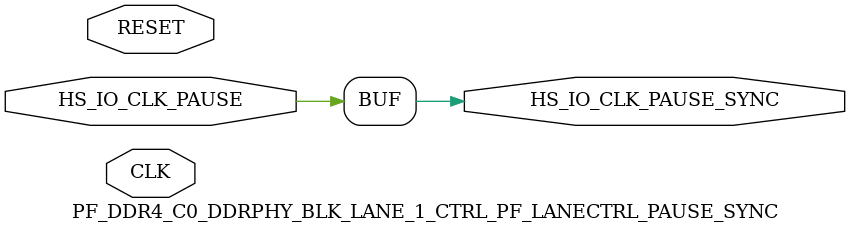
<source format=v>


module PF_DDR4_C0_DDRPHY_BLK_LANE_1_CTRL_PF_LANECTRL_PAUSE_SYNC( CLK, RESET, HS_IO_CLK_PAUSE, HS_IO_CLK_PAUSE_SYNC );
	
	input CLK, RESET, HS_IO_CLK_PAUSE;
	output HS_IO_CLK_PAUSE_SYNC;

	parameter ENABLE_PAUSE_EXTENSION = 2'b00;

	reg pause_reg_0, pause_reg_1, pause;
	wire pause_sync_0_i;

	generate 
		if( ENABLE_PAUSE_EXTENSION == 3'b000 ) begin : feed
			assign HS_IO_CLK_PAUSE_SYNC = HS_IO_CLK_PAUSE;
		end else if( ENABLE_PAUSE_EXTENSION == 3'b001 ) begin : pipe
			(* HS_IO_CLK_PAUSE_SYNC = 1, syn_keep = 1 *) SLE pause_sync_0(
				.CLK( CLK ),
				.D( HS_IO_CLK_PAUSE ),
				.Q( pause_sync_0_i ),
				.LAT( 1'b0 ),
				.EN( 1'b1 ),
				.ALn( ~RESET ),
				.ADn( 1'b1 ),
				.SLn( 1'b1 ),
				.SD( 1'b0 )
				);

			(* HS_IO_CLK_PAUSE_SYNC = 1, syn_keep = 1 *) SLE pause_sync (
				.CLK( CLK ),
				.D( pause_sync_0_i ),
				.Q( HS_IO_CLK_PAUSE_SYNC ),
				.LAT( 1'b0 ),
				.EN( 1'b1 ),
				.ALn( ~RESET ),
				.ADn( 1'b1 ),
				.SLn( 1'b1 ),
				.SD( 1'b0 )
				);
		end else if ( ENABLE_PAUSE_EXTENSION == 3'b010 ) begin : ext_pipe
			always @(posedge CLK or posedge RESET) begin : ext
				if( RESET == 1'b1 ) begin
					pause_reg_0 <= 1'b0;
					pause_reg_1 <= 1'b0;
					pause <= 1'b0;
				end else begin
					pause_reg_0 <= HS_IO_CLK_PAUSE;
					pause_reg_1 <= pause_reg_0;
					if( HS_IO_CLK_PAUSE == 1'b0 && pause_reg_0 ==1'b1 && pause_reg_1 == 1'b0 )
						pause <= 1'b1; // Extend by 1 cycle if the pulse is less than a cycle
					else
						pause <= HS_IO_CLK_PAUSE;
				end
			end

			(* HS_IO_CLK_PAUSE_SYNC = 1, syn_keep = 1 *) SLE pause_sync (
				.CLK( CLK ),
				.D( pause ),
				.Q( HS_IO_CLK_PAUSE_SYNC ),
				.LAT( 1'b0 ),
				.EN( 1'b1 ),
				.ALn( ~RESET ),
				.ADn( 1'b1 ),
				.SLn( 1'b1 ),
				.SD( 1'b0 )
				);
		end else if ( ENABLE_PAUSE_EXTENSION == 3'b011 ) begin : pipe_fall 
			(* HS_IO_CLK_PAUSE_SYNC = 1, syn_keep = 1 *) SLE pause_sync_0 (
				.CLK( CLK ),
				.D( HS_IO_CLK_PAUSE ),
				.Q( pause_sync_0_i ),
				.LAT( 1'b0 ),
				.EN( 1'b1 ),
				.ALn( ~RESET ),
				.ADn( 1'b1 ),
				.SLn( 1'b1 ),
				.SD( 1'b0 )
				);

			(* HS_IO_CLK_PAUSE_SYNC = 1, syn_keep = 1 *) SLE pause_sync (
				.CLK( ~CLK ),
				.D( pause_sync_0_i ),
				.Q( HS_IO_CLK_PAUSE_SYNC ),
				.LAT( 1'b0 ),
				.EN( 1'b1 ),
				.ALn( ~RESET ),
				.ADn( 1'b1 ),
				.SLn( 1'b1 ),
				.SD( 1'b0 )
				);
		end else if ( ENABLE_PAUSE_EXTENSION == 3'b100 ) begin : ext_pipe_fall 
			always @(posedge CLK or posedge RESET) begin : ext
				if( RESET == 1'b1 ) begin
					pause_reg_0 <= 1'b0;
					pause_reg_1 <= 1'b0;
					pause <= 1'b0;
				end else begin
					pause_reg_0 <= HS_IO_CLK_PAUSE;
					pause_reg_1 <= pause_reg_0;
					if( HS_IO_CLK_PAUSE == 1'b0 && pause_reg_0 ==1'b1 && pause_reg_1 == 1'b0 )
						pause <= 1'b1; // Extend by 1 cycle if the pulse is less than a cycle
					else
						pause <= HS_IO_CLK_PAUSE;
				end
			end

			(* HS_IO_CLK_PAUSE_SYNC = 1, syn_keep = 1 *) SLE pause_sync (
				.CLK( ~CLK ),
				.D( pause ),
				.Q( HS_IO_CLK_PAUSE_SYNC ),
				.LAT( 1'b0 ),
				.EN( 1'b1 ),
				.ALn( ~RESET ),
				.ADn( 1'b1 ),
				.SLn( 1'b1 ),
				.SD( 1'b0 )
				);
		end
	endgenerate

endmodule
</source>
